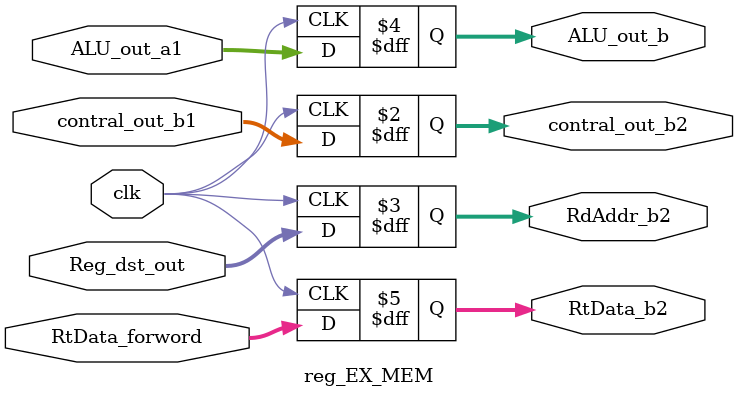
<source format=v>
module reg_EX_MEM (
    input clk,
    input [2:0] contral_out_b1,//contral_out_b1[4:2]
    input [4:0] Reg_dst_out,
    input [31:0] ALU_out_a1,
    input [31:0] RtData_forword,
	output reg [2:0] contral_out_b2,//[2]=Reg_w, [1]=Mem_w, [0]=Mem_r
    output reg [4:0] RdAddr_b2,
	output reg [31:0] ALU_out_b,
	output reg [31:0] RtData_b2
);
    always @(posedge clk) begin
		//stage 3 to 4
		contral_out_b2 <= contral_out_b1;
		RdAddr_b2 <= Reg_dst_out;
		ALU_out_b <= ALU_out_a1;
		RtData_b2 <= RtData_forword;
	end
endmodule

</source>
